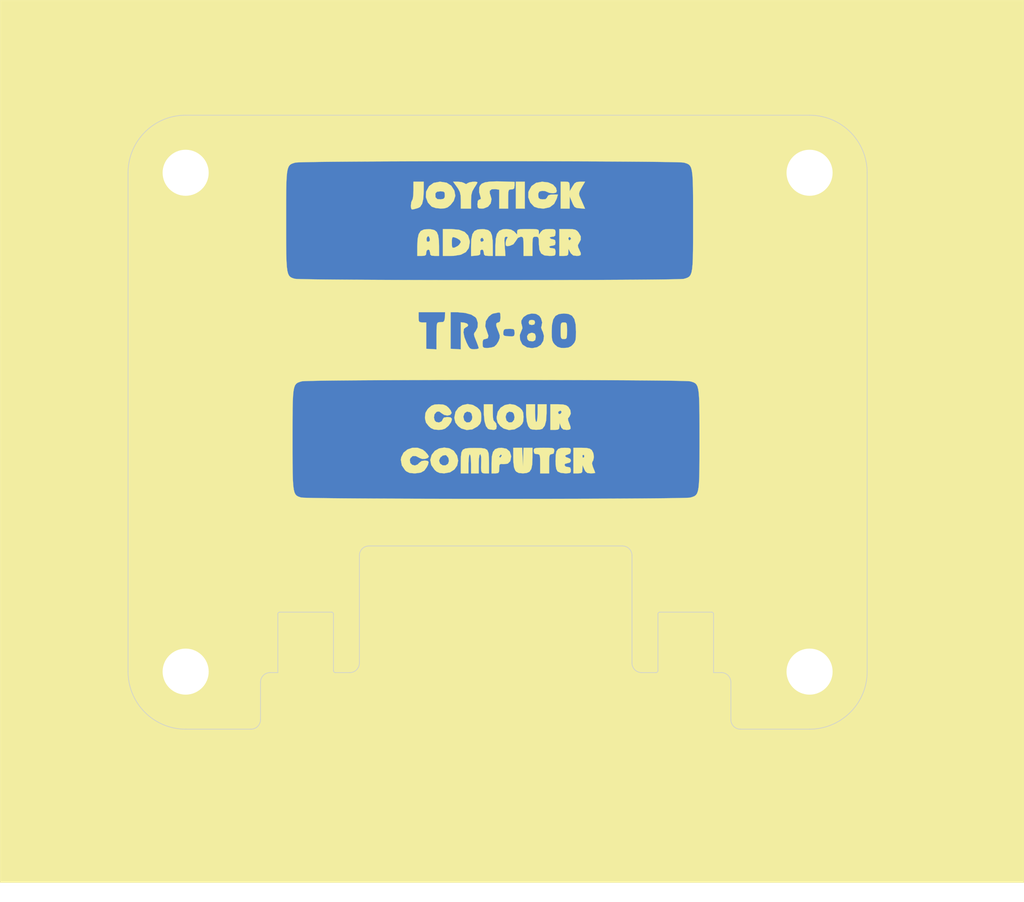
<source format=kicad_pcb>
(kicad_pcb (version 20171130) (host pcbnew "(5.1.8)-1")

  (general
    (thickness 1.6)
    (drawings 38)
    (tracks 0)
    (zones 0)
    (modules 5)
    (nets 2)
  )

  (page A4)
  (layers
    (0 F.Cu signal)
    (31 B.Cu signal)
    (32 B.Adhes user)
    (33 F.Adhes user)
    (34 B.Paste user)
    (35 F.Paste user)
    (36 B.SilkS user)
    (37 F.SilkS user)
    (38 B.Mask user)
    (39 F.Mask user)
    (40 Dwgs.User user)
    (41 Cmts.User user)
    (42 Eco1.User user)
    (43 Eco2.User user)
    (44 Edge.Cuts user)
    (45 Margin user)
    (46 B.CrtYd user)
    (47 F.CrtYd user)
    (48 B.Fab user)
    (49 F.Fab user)
  )

  (setup
    (last_trace_width 0.25)
    (trace_clearance 0.2)
    (zone_clearance 0.508)
    (zone_45_only no)
    (trace_min 0.2)
    (via_size 0.8)
    (via_drill 0.4)
    (via_min_size 0.4)
    (via_min_drill 0.3)
    (uvia_size 0.3)
    (uvia_drill 0.1)
    (uvias_allowed no)
    (uvia_min_size 0.2)
    (uvia_min_drill 0.1)
    (edge_width 0.05)
    (segment_width 0.2)
    (pcb_text_width 0.3)
    (pcb_text_size 1.5 1.5)
    (mod_edge_width 0.12)
    (mod_text_size 1 1)
    (mod_text_width 0.15)
    (pad_size 1.524 1.524)
    (pad_drill 0.762)
    (pad_to_mask_clearance 0)
    (aux_axis_origin 0 0)
    (visible_elements 7FFFFFFF)
    (pcbplotparams
      (layerselection 0x010fc_ffffffff)
      (usegerberextensions true)
      (usegerberattributes true)
      (usegerberadvancedattributes true)
      (creategerberjobfile true)
      (excludeedgelayer true)
      (linewidth 0.100000)
      (plotframeref false)
      (viasonmask false)
      (mode 1)
      (useauxorigin false)
      (hpglpennumber 1)
      (hpglpenspeed 20)
      (hpglpendiameter 15.000000)
      (psnegative false)
      (psa4output false)
      (plotreference true)
      (plotvalue true)
      (plotinvisibletext false)
      (padsonsilk false)
      (subtractmaskfromsilk false)
      (outputformat 1)
      (mirror false)
      (drillshape 0)
      (scaleselection 1)
      (outputdirectory "export/"))
  )

  (net 0 "")
  (net 1 "Net-(M1-Pad1)")

  (net_class Default "This is the default net class."
    (clearance 0.2)
    (trace_width 0.25)
    (via_dia 0.8)
    (via_drill 0.4)
    (uvia_dia 0.3)
    (uvia_drill 0.1)
    (add_net "Net-(M1-Pad1)")
  )

  (net_class PWR ""
    (clearance 0.2)
    (trace_width 0.381)
    (via_dia 0.8)
    (via_drill 0.4)
    (uvia_dia 0.3)
    (uvia_drill 0.1)
  )

  (module logo:coco2 (layer F.Cu) (tedit 0) (tstamp 6004F856)
    (at 123.825 93.345)
    (fp_text reference G*** (at 0 0) (layer F.SilkS) hide
      (effects (font (size 1.524 1.524) (thickness 0.3)))
    )
    (fp_text value LOGO (at 0.75 0) (layer F.SilkS) hide
      (effects (font (size 1.524 1.524) (thickness 0.3)))
    )
    (fp_poly (pts (xy 33.866667 29.21) (xy -33.866666 29.21) (xy -33.866666 -0.127001) (xy -14.520333 -0.127001)
      (xy -14.519974 0.75732) (xy -14.517359 1.487806) (xy -14.510181 2.079956) (xy -14.496133 2.54927)
      (xy -14.472908 2.911246) (xy -14.438198 3.181384) (xy -14.389698 3.375181) (xy -14.325099 3.508137)
      (xy -14.242095 3.595751) (xy -14.13838 3.653522) (xy -14.011645 3.696948) (xy -13.948393 3.71539)
      (xy -13.825153 3.726703) (xy -13.544064 3.737256) (xy -13.116612 3.747046) (xy -12.554278 3.756071)
      (xy -11.868547 3.764329) (xy -11.070902 3.771817) (xy -10.172827 3.778533) (xy -9.185805 3.784475)
      (xy -8.121321 3.789639) (xy -6.990856 3.794025) (xy -5.805896 3.797629) (xy -4.577923 3.800449)
      (xy -3.318422 3.802484) (xy -2.038875 3.803729) (xy -0.750766 3.804184) (xy 0.53442 3.803845)
      (xy 1.805202 3.802711) (xy 3.050094 3.800779) (xy 4.257613 3.798047) (xy 5.416277 3.794512)
      (xy 6.514601 3.790172) (xy 7.541101 3.785025) (xy 8.484295 3.779068) (xy 9.332698 3.772299)
      (xy 10.074828 3.764715) (xy 10.699199 3.756315) (xy 11.19433 3.747096) (xy 11.548736 3.737055)
      (xy 11.750934 3.726191) (xy 11.790634 3.72066) (xy 11.938019 3.678257) (xy 12.059662 3.630177)
      (xy 12.158033 3.560917) (xy 12.235602 3.45497) (xy 12.29484 3.296831) (xy 12.338216 3.070997)
      (xy 12.368202 2.76196) (xy 12.387268 2.354218) (xy 12.397884 1.832264) (xy 12.40252 1.180593)
      (xy 12.403648 0.3837) (xy 12.403667 -0.127001) (xy 12.403421 -1.011192) (xy 12.401038 -1.741556)
      (xy 12.394046 -2.333596) (xy 12.379975 -2.802819) (xy 12.356356 -3.164729) (xy 12.320717 -3.434831)
      (xy 12.270588 -3.628631) (xy 12.203499 -3.761633) (xy 12.11698 -3.849342) (xy 12.00856 -3.907264)
      (xy 11.875768 -3.950903) (xy 11.790634 -3.974661) (xy 11.662657 -3.986795) (xy 11.376874 -3.998074)
      (xy 10.94481 -4.008498) (xy 10.377989 -4.018067) (xy 9.687938 -4.026781) (xy 8.886181 -4.03464)
      (xy 7.984243 -4.041645) (xy 6.993649 -4.047794) (xy 5.925924 -4.053088) (xy 4.792594 -4.057528)
      (xy 3.605183 -4.061112) (xy 2.375216 -4.063841) (xy 1.114218 -4.065716) (xy -0.166284 -4.066735)
      (xy -1.454768 -4.0669) (xy -2.739706 -4.066209) (xy -4.009576 -4.064664) (xy -5.25285 -4.062264)
      (xy -6.458005 -4.059008) (xy -7.613515 -4.054898) (xy -8.707855 -4.049933) (xy -9.7295 -4.044113)
      (xy -10.666926 -4.037437) (xy -11.508606 -4.029907) (xy -12.243017 -4.021522) (xy -12.858632 -4.012282)
      (xy -13.343928 -4.002187) (xy -13.687378 -3.991237) (xy -13.877458 -3.979432) (xy -13.9073 -3.974661)
      (xy -14.054686 -3.932258) (xy -14.176328 -3.884178) (xy -14.274699 -3.814918) (xy -14.352268 -3.708971)
      (xy -14.411506 -3.550832) (xy -14.454883 -3.324998) (xy -14.484869 -3.015961) (xy -14.503934 -2.608219)
      (xy -14.51455 -2.086265) (xy -14.519187 -1.434594) (xy -14.520314 -0.637701) (xy -14.520333 -0.127001)
      (xy -33.866666 -0.127001) (xy -33.866666 -8.551334) (xy -6.180666 -8.551334) (xy -6.180666 -8.212667)
      (xy -6.170636 -7.995512) (xy -6.116282 -7.898977) (xy -5.981208 -7.874535) (xy -5.926666 -7.874)
      (xy -5.672666 -7.874) (xy -5.672666 -6.129106) (xy -5.334 -6.109124) (xy -4.995333 -6.089141)
      (xy -4.995333 -6.129106) (xy -4.064 -6.129106) (xy -3.725333 -6.109124) (xy -3.386666 -6.089141)
      (xy -3.386666 -7.885248) (xy -3.160363 -7.858458) (xy -2.972418 -7.796881) (xy -2.897399 -7.696387)
      (xy -2.952321 -7.598544) (xy -3.03908 -7.562199) (xy -3.178735 -7.448142) (xy -3.21399 -7.216924)
      (xy -3.145313 -6.884334) (xy -3.008734 -6.5405) (xy -2.882935 -6.288506) (xy -2.778652 -6.155516)
      (xy -2.652983 -6.10393) (xy -2.501562 -6.096) (xy -2.304114 -6.114216) (xy -2.204303 -6.159077)
      (xy -2.201333 -6.169377) (xy -2.23167 -6.282893) (xy -2.30232 -6.477) (xy -1.947333 -6.477)
      (xy -1.934657 -6.279639) (xy -1.862289 -6.197741) (xy -1.678717 -6.180746) (xy -1.645434 -6.180667)
      (xy -1.388831 -6.206236) (xy -1.180314 -6.268172) (xy -1.172599 -6.272149) (xy -1.02589 -6.40994)
      (xy -0.892601 -6.626287) (xy -0.879323 -6.656434) (xy -0.812083 -6.850181) (xy -0.809783 -7.012805)
      (xy -0.875542 -7.212495) (xy -0.574796 -7.212495) (xy -0.573526 -7.065415) (xy -0.511088 -6.992451)
      (xy -0.343992 -6.962702) (xy -0.211805 -6.954594) (xy 0.022237 -6.948988) (xy 0.133215 -6.983467)
      (xy 0.152966 -7.0438) (xy 0.515005 -7.0438) (xy 0.531621 -6.728879) (xy 0.66546 -6.445616)
      (xy 0.715818 -6.388485) (xy 0.992987 -6.220446) (xy 1.330195 -6.168424) (xy 1.664137 -6.232418)
      (xy 1.908849 -6.388485) (xy 2.07198 -6.656288) (xy 2.115956 -6.972861) (xy 2.038174 -7.255568)
      (xy 2.624667 -7.255568) (xy 2.631757 -6.916006) (xy 2.661378 -6.694149) (xy 2.726056 -6.538666)
      (xy 2.832291 -6.404697) (xy 3.012876 -6.25438) (xy 3.230035 -6.190112) (xy 3.429 -6.180667)
      (xy 3.71209 -6.204433) (xy 3.907805 -6.295176) (xy 4.02571 -6.404697) (xy 4.135646 -6.544727)
      (xy 4.198544 -6.702024) (xy 4.226928 -6.927921) (xy 4.233334 -7.255568) (xy 4.20833 -7.747196)
      (xy 4.124842 -8.094944) (xy 3.97015 -8.317963) (xy 3.731534 -8.435404) (xy 3.429 -8.466667)
      (xy 3.102493 -8.42902) (xy 2.871541 -8.30331) (xy 2.723427 -8.070387) (xy 2.64543 -7.711099)
      (xy 2.624667 -7.255568) (xy 2.038174 -7.255568) (xy 2.034311 -7.269608) (xy 1.997372 -7.327448)
      (xy 1.92513 -7.530876) (xy 1.952252 -7.629191) (xy 1.996922 -7.87454) (xy 1.918413 -8.149133)
      (xy 1.806259 -8.312886) (xy 1.588863 -8.439526) (xy 1.303096 -8.464574) (xy 1.01047 -8.39508)
      (xy 0.7725 -8.238095) (xy 0.731473 -8.189694) (xy 0.617156 -7.995203) (xy 0.613457 -7.821421)
      (xy 0.64701 -7.716343) (xy 0.69335 -7.496932) (xy 0.624978 -7.324301) (xy 0.622556 -7.320968)
      (xy 0.515005 -7.0438) (xy 0.152966 -7.0438) (xy 0.167013 -7.086704) (xy 0.169334 -7.192766)
      (xy 0.157711 -7.354091) (xy 0.091481 -7.428591) (xy -0.076399 -7.44969) (xy -0.193657 -7.450667)
      (xy -0.422271 -7.440924) (xy -0.531093 -7.391161) (xy -0.569412 -7.270577) (xy -0.574796 -7.212495)
      (xy -0.875542 -7.212495) (xy -0.877816 -7.219399) (xy -0.928134 -7.336154) (xy -1.035472 -7.625422)
      (xy -1.042505 -7.796437) (xy -0.947648 -7.868525) (xy -0.884003 -7.874) (xy -0.798934 -7.93498)
      (xy -0.763889 -8.132313) (xy -0.762 -8.222542) (xy -0.770668 -8.441004) (xy -0.813594 -8.530008)
      (xy -0.916164 -8.529194) (xy -0.9525 -8.520031) (xy -1.143436 -8.478617) (xy -1.237288 -8.467823)
      (xy -1.354618 -8.411712) (xy -1.522319 -8.274991) (xy -1.554788 -8.243455) (xy -1.738958 -7.949914)
      (xy -1.767479 -7.604956) (xy -1.647406 -7.244567) (xy -1.559622 -6.991521) (xy -1.602184 -6.830629)
      (xy -1.77198 -6.773346) (xy -1.775343 -6.773334) (xy -1.893651 -6.741178) (xy -1.941481 -6.614388)
      (xy -1.947333 -6.477) (xy -2.30232 -6.477) (xy -2.309788 -6.497516) (xy -2.382532 -6.678765)
      (xy -2.482756 -6.930854) (xy -2.518216 -7.081173) (xy -2.491156 -7.183465) (xy -2.407932 -7.286934)
      (xy -2.279093 -7.540623) (xy -2.260667 -7.844405) (xy -2.351248 -8.124008) (xy -2.425619 -8.220582)
      (xy -2.695825 -8.389366) (xy -3.096705 -8.501458) (xy -3.596631 -8.548449) (xy -3.661833 -8.549314)
      (xy -4.064 -8.551334) (xy -4.064 -6.129106) (xy -4.995333 -6.129106) (xy -4.995333 -6.981571)
      (xy -4.99314 -7.379494) (xy -4.982778 -7.638348) (xy -4.958578 -7.788375) (xy -4.914866 -7.85982)
      (xy -4.845973 -7.882928) (xy -4.826 -7.884584) (xy -4.63047 -7.898745) (xy -4.550833 -7.905814)
      (xy -4.476369 -7.990783) (xy -4.437876 -8.196658) (xy -4.436257 -8.233898) (xy -4.427514 -8.551334)
      (xy -6.180666 -8.551334) (xy -33.866666 -8.551334) (xy -33.866666 -14.605001) (xy -14.943666 -14.605001)
      (xy -14.943307 -13.72068) (xy -14.940692 -12.990194) (xy -14.933514 -12.398044) (xy -14.919466 -11.92873)
      (xy -14.896241 -11.566754) (xy -14.861532 -11.296616) (xy -14.813031 -11.102819) (xy -14.748432 -10.969863)
      (xy -14.665429 -10.882249) (xy -14.561713 -10.824478) (xy -14.434978 -10.781052) (xy -14.371726 -10.76261)
      (xy -14.248486 -10.751297) (xy -13.967398 -10.740744) (xy -13.539945 -10.730954) (xy -12.977611 -10.721929)
      (xy -12.29188 -10.713671) (xy -11.494235 -10.706183) (xy -10.59616 -10.699467) (xy -9.609139 -10.693525)
      (xy -8.544654 -10.688361) (xy -7.41419 -10.683975) (xy -6.229229 -10.680371) (xy -5.001256 -10.677551)
      (xy -3.741755 -10.675516) (xy -2.462208 -10.674271) (xy -1.1741 -10.673816) (xy 0.111087 -10.674155)
      (xy 1.381868 -10.675289) (xy 2.62676 -10.677221) (xy 3.83428 -10.679953) (xy 4.992944 -10.683488)
      (xy 6.091267 -10.687828) (xy 7.117768 -10.692975) (xy 8.060962 -10.698932) (xy 8.909365 -10.705701)
      (xy 9.651494 -10.713285) (xy 10.275866 -10.721685) (xy 10.770997 -10.730904) (xy 11.125403 -10.740945)
      (xy 11.3276 -10.751809) (xy 11.367301 -10.75734) (xy 11.514686 -10.799743) (xy 11.636329 -10.847823)
      (xy 11.734699 -10.917083) (xy 11.812268 -11.02303) (xy 11.871506 -11.181169) (xy 11.914883 -11.407003)
      (xy 11.944869 -11.71604) (xy 11.963935 -12.123782) (xy 11.974551 -12.645736) (xy 11.979187 -13.297407)
      (xy 11.980314 -14.0943) (xy 11.980334 -14.605001) (xy 11.980088 -15.489192) (xy 11.977704 -16.219556)
      (xy 11.970713 -16.811596) (xy 11.956642 -17.280819) (xy 11.933022 -17.642729) (xy 11.897383 -17.912831)
      (xy 11.847255 -18.106631) (xy 11.780166 -18.239633) (xy 11.693646 -18.327342) (xy 11.585226 -18.385264)
      (xy 11.452435 -18.428903) (xy 11.367301 -18.452661) (xy 11.239324 -18.464795) (xy 10.953541 -18.476074)
      (xy 10.521476 -18.486498) (xy 9.954656 -18.496067) (xy 9.264605 -18.504781) (xy 8.462847 -18.51264)
      (xy 7.560909 -18.519645) (xy 6.570315 -18.525794) (xy 5.502591 -18.531088) (xy 4.36926 -18.535528)
      (xy 3.181849 -18.539112) (xy 1.951882 -18.541841) (xy 0.690885 -18.543716) (xy -0.589618 -18.544735)
      (xy -1.878101 -18.5449) (xy -3.16304 -18.544209) (xy -4.432909 -18.542664) (xy -5.676183 -18.540264)
      (xy -6.881338 -18.537008) (xy -8.036848 -18.532898) (xy -9.131188 -18.527933) (xy -10.152834 -18.522113)
      (xy -11.090259 -18.515437) (xy -11.93194 -18.507907) (xy -12.66635 -18.499522) (xy -13.281966 -18.490282)
      (xy -13.767261 -18.480187) (xy -14.110711 -18.469237) (xy -14.300791 -18.457432) (xy -14.330634 -18.452661)
      (xy -14.478019 -18.410258) (xy -14.599662 -18.362178) (xy -14.698032 -18.292918) (xy -14.775601 -18.186971)
      (xy -14.834839 -18.028832) (xy -14.878216 -17.802998) (xy -14.908202 -17.493961) (xy -14.927268 -17.086219)
      (xy -14.937884 -16.564265) (xy -14.94252 -15.912594) (xy -14.943647 -15.115701) (xy -14.943666 -14.605001)
      (xy -33.866666 -14.605001) (xy -33.866666 -29.21) (xy 33.866667 -29.21) (xy 33.866667 29.21)) (layer F.SilkS) (width 0.01))
    (fp_poly (pts (xy -5.913453 0.543243) (xy -5.75082 0.67082) (xy -5.595282 0.846387) (xy -5.509313 0.982341)
      (xy -5.503333 1.007874) (xy -5.575471 1.099409) (xy -5.74508 1.154736) (xy -5.941956 1.161278)
      (xy -6.087938 1.112595) (xy -6.360876 0.972099) (xy -6.579709 0.972225) (xy -6.723578 1.109648)
      (xy -6.759158 1.219642) (xy -6.733582 1.423816) (xy -6.601334 1.556018) (xy -6.416905 1.596236)
      (xy -6.234789 1.524452) (xy -6.161018 1.439333) (xy -5.976061 1.298072) (xy -5.7793 1.27)
      (xy -5.584436 1.291032) (xy -5.514857 1.373864) (xy -5.560246 1.548099) (xy -5.63121 1.695027)
      (xy -5.802248 1.933393) (xy -6.035682 2.066168) (xy -6.374888 2.115021) (xy -6.475282 2.116666)
      (xy -6.774377 2.08861) (xy -6.985235 1.987428) (xy -7.070072 1.912291) (xy -7.289209 1.588481)
      (xy -7.354591 1.22512) (xy -7.329421 1.051117) (xy -7.175332 0.747879) (xy -6.914478 0.535303)
      (xy -6.589072 0.423559) (xy -6.241325 0.422816) (xy -5.913453 0.543243)) (layer F.SilkS) (width 0.01))
    (fp_poly (pts (xy -4.138874 0.460409) (xy -3.863446 0.61652) (xy -3.851928 0.627708) (xy -3.633363 0.944081)
      (xy -3.562835 1.276856) (xy -3.626344 1.593266) (xy -3.809889 1.860545) (xy -4.099468 2.045927)
      (xy -4.481081 2.116646) (xy -4.488151 2.116666) (xy -4.779306 2.092783) (xy -4.985039 2.002028)
      (xy -5.112503 1.891739) (xy -5.342306 1.565449) (xy -5.39825 1.2809) (xy -4.826 1.2809)
      (xy -4.757734 1.47473) (xy -4.59351 1.583912) (xy -4.394193 1.587686) (xy -4.234246 1.482766)
      (xy -4.168515 1.294412) (xy -4.210153 1.085782) (xy -4.337413 0.933664) (xy -4.39693 0.908301)
      (xy -4.581794 0.935483) (xy -4.745759 1.071223) (xy -4.82516 1.260235) (xy -4.826 1.2809)
      (xy -5.39825 1.2809) (xy -5.409481 1.223777) (xy -5.314135 0.889062) (xy -5.106546 0.627783)
      (xy -4.823538 0.466044) (xy -4.479943 0.410252) (xy -4.138874 0.460409)) (layer F.SilkS) (width 0.01))
    (fp_poly (pts (xy -2.060092 0.441379) (xy -1.796257 0.478202) (xy -1.63728 0.574357) (xy -1.556612 0.758303)
      (xy -1.527704 1.058496) (xy -1.524 1.433767) (xy -1.524 2.116666) (xy -1.778 2.116666)
      (xy -1.910468 2.108877) (xy -1.993164 2.064702) (xy -2.035846 1.952931) (xy -2.048269 1.742354)
      (xy -2.040191 1.401759) (xy -2.036056 1.291166) (xy -2.041735 1.016686) (xy -2.080512 0.86628)
      (xy -2.110207 0.846666) (xy -2.160373 0.927734) (xy -2.191639 1.158079) (xy -2.201333 1.481666)
      (xy -2.201333 2.116666) (xy -2.709333 2.116666) (xy -2.709333 1.481666) (xy -2.719839 1.161706)
      (xy -2.748277 0.938692) (xy -2.790029 0.84726) (xy -2.794 0.846666) (xy -2.836661 0.925458)
      (xy -2.866396 1.138744) (xy -2.878587 1.451888) (xy -2.878666 1.481666) (xy -2.878666 2.116666)
      (xy -3.386666 2.116666) (xy -3.386666 1.433767) (xy -3.381115 1.01009) (xy -3.346763 0.727273)
      (xy -3.257062 0.556858) (xy -3.085462 0.470386) (xy -2.805417 0.439399) (xy -2.455333 0.435428)
      (xy -2.060092 0.441379)) (layer F.SilkS) (width 0.01))
    (fp_poly (pts (xy -0.365611 0.489046) (xy -0.148618 0.674709) (xy -0.057995 0.963113) (xy -0.056444 1.012581)
      (xy -0.112585 1.306475) (xy -0.278556 1.472712) (xy -0.550686 1.50774) (xy -0.566793 1.506009)
      (xy -0.748998 1.495122) (xy -0.827694 1.550364) (xy -0.846307 1.716573) (xy -0.846666 1.795001)
      (xy -0.85813 2.005024) (xy -0.918651 2.09564) (xy -1.067428 2.116488) (xy -1.100666 2.116666)
      (xy -1.354666 2.116666) (xy -1.354666 1.439333) (xy -1.335071 1.025993) (xy -0.846666 1.025993)
      (xy -0.794501 1.071896) (xy -0.762 1.058333) (xy -0.680494 0.946174) (xy -0.677333 0.921339)
      (xy -0.729499 0.875436) (xy -0.762 0.889) (xy -0.843506 1.001159) (xy -0.846666 1.025993)
      (xy -1.335071 1.025993) (xy -1.333803 0.999254) (xy -1.261055 0.701186) (xy -1.121183 0.52182)
      (xy -0.898948 0.437844) (xy -0.690455 0.423333) (xy -0.365611 0.489046)) (layer F.SilkS) (width 0.01))
    (fp_poly (pts (xy 0.699135 1.037166) (xy 0.728354 1.651) (xy 0.745177 1.037166) (xy 0.762 0.423333)
      (xy 1.354667 0.423333) (xy 1.354667 1.081827) (xy 1.337636 1.524282) (xy 1.276513 1.824434)
      (xy 1.156251 2.006805) (xy 0.961802 2.095918) (xy 0.719667 2.116666) (xy 0.44952 2.092898)
      (xy 0.282857 2.006369) (xy 0.216468 1.928494) (xy 0.135241 1.727608) (xy 0.092995 1.400418)
      (xy 0.084667 1.081827) (xy 0.084667 0.423333) (xy 0.669915 0.423333) (xy 0.699135 1.037166)) (layer F.SilkS) (width 0.01))
    (fp_poly (pts (xy 2.452596 0.425588) (xy 2.653744 0.439553) (xy 2.754659 0.476023) (xy 2.78989 0.545795)
      (xy 2.794 0.635) (xy 2.754313 0.800981) (xy 2.624667 0.846666) (xy 2.538089 0.861664)
      (xy 2.48729 0.930052) (xy 2.462913 1.086921) (xy 2.455599 1.367362) (xy 2.455334 1.481666)
      (xy 2.455334 2.116666) (xy 1.862667 2.116666) (xy 1.862667 1.481666) (xy 1.860029 1.158679)
      (xy 1.844189 0.969351) (xy 1.803257 0.878014) (xy 1.725345 0.849) (xy 1.651 0.846666)
      (xy 1.489878 0.811697) (xy 1.440227 0.674006) (xy 1.439334 0.635) (xy 1.446551 0.530022)
      (xy 1.491238 0.467163) (xy 1.607942 0.435627) (xy 1.831212 0.424617) (xy 2.116667 0.423333)
      (xy 2.452596 0.425588)) (layer F.SilkS) (width 0.01))
    (fp_poly (pts (xy 3.724636 0.430535) (xy 3.849112 0.466283) (xy 3.891068 0.551786) (xy 3.894667 0.629111)
      (xy 3.84504 0.801007) (xy 3.704167 0.861944) (xy 3.555273 0.915095) (xy 3.513667 0.973666)
      (xy 3.585677 1.050068) (xy 3.704167 1.085388) (xy 3.862952 1.162725) (xy 3.902439 1.289708)
      (xy 3.826451 1.402409) (xy 3.683 1.439333) (xy 3.512762 1.483493) (xy 3.471334 1.566333)
      (xy 3.544934 1.668476) (xy 3.683 1.693333) (xy 3.844122 1.728302) (xy 3.893773 1.865993)
      (xy 3.894667 1.905) (xy 3.878535 2.036386) (xy 3.799685 2.098122) (xy 3.612435 2.115998)
      (xy 3.519714 2.116666) (xy 3.220388 2.082992) (xy 3.021118 1.992428) (xy 3.011714 1.983619)
      (xy 2.926576 1.82192) (xy 2.884924 1.536442) (xy 2.878667 1.300719) (xy 2.891768 0.904363)
      (xy 2.944129 0.647341) (xy 3.055338 0.5008) (xy 3.244984 0.435888) (xy 3.474312 0.423333)
      (xy 3.724636 0.430535)) (layer F.SilkS) (width 0.01))
    (fp_poly (pts (xy 4.93398 0.436764) (xy 5.143841 0.483885) (xy 5.275589 0.574934) (xy 5.278545 0.578166)
      (xy 5.38174 0.779912) (xy 5.415947 1.03161) (xy 5.375876 1.253544) (xy 5.328209 1.326591)
      (xy 5.288686 1.45406) (xy 5.348517 1.680236) (xy 5.370542 1.734864) (xy 5.453827 1.941316)
      (xy 5.500025 2.069665) (xy 5.503334 2.084673) (xy 5.428716 2.105718) (xy 5.244962 2.116352)
      (xy 5.202913 2.116666) (xy 4.984401 2.09214) (xy 4.856467 1.985543) (xy 4.782894 1.8415)
      (xy 4.663295 1.566333) (xy 4.659981 1.8415) (xy 4.642868 2.026174) (xy 4.562806 2.101884)
      (xy 4.36749 2.116662) (xy 4.360334 2.116666) (xy 4.064 2.116666) (xy 4.064 0.968669)
      (xy 4.656667 0.968669) (xy 4.684569 1.090998) (xy 4.757881 1.054328) (xy 4.780051 1.02185)
      (xy 4.769434 0.91311) (xy 4.742715 0.889853) (xy 4.669085 0.908248) (xy 4.656667 0.968669)
      (xy 4.064 0.968669) (xy 4.064 0.423333) (xy 4.601211 0.423333) (xy 4.93398 0.436764)) (layer F.SilkS) (width 0.01))
    (fp_poly (pts (xy -4.5525 -2.435032) (xy -4.351081 -2.356277) (xy -4.199204 -2.228781) (xy -4.057145 -2.047825)
      (xy -3.996654 -1.891395) (xy -3.997883 -1.868947) (xy -4.092792 -1.748751) (xy -4.276781 -1.709897)
      (xy -4.489944 -1.753249) (xy -4.653478 -1.859479) (xy -4.811223 -1.977222) (xy -4.955992 -1.966321)
      (xy -4.997274 -1.946295) (xy -5.126549 -1.796466) (xy -5.165705 -1.582628) (xy -5.112834 -1.379375)
      (xy -5.014313 -1.280158) (xy -4.824814 -1.249673) (xy -4.654148 -1.324275) (xy -4.572574 -1.471289)
      (xy -4.572 -1.485874) (xy -4.501299 -1.578082) (xy -4.282085 -1.608654) (xy -4.275666 -1.608667)
      (xy -4.072349 -1.590381) (xy -3.98995 -1.517255) (xy -3.979333 -1.432821) (xy -4.036703 -1.263186)
      (xy -4.179245 -1.060346) (xy -4.22682 -1.009488) (xy -4.42873 -0.844995) (xy -4.647195 -0.77392)
      (xy -4.868333 -0.762) (xy -5.153725 -0.785502) (xy -5.359459 -0.878078) (xy -5.509846 -1.009488)
      (xy -5.687874 -1.238245) (xy -5.753473 -1.49423) (xy -5.757333 -1.608667) (xy -5.721635 -1.897352)
      (xy -5.587659 -2.124548) (xy -5.509846 -2.207847) (xy -5.319088 -2.366275) (xy -5.11606 -2.438853)
      (xy -4.844058 -2.455334) (xy -4.5525 -2.435032)) (layer F.SilkS) (width 0.01))
    (fp_poly (pts (xy -2.592669 -2.412043) (xy -2.292496 -2.236141) (xy -2.128216 -2.071921) (xy -2.051855 -1.896963)
      (xy -2.032076 -1.635779) (xy -2.032 -1.608667) (xy -2.04858 -1.337236) (xy -2.119214 -1.158121)
      (xy -2.275239 -0.995835) (xy -2.292496 -0.981193) (xy -2.629892 -0.794474) (xy -2.996466 -0.751486)
      (xy -3.346929 -0.851222) (xy -3.562513 -1.009488) (xy -3.74054 -1.238245) (xy -3.80614 -1.49423)
      (xy -3.81 -1.608667) (xy -3.217333 -1.608667) (xy -3.158911 -1.377734) (xy -3.009793 -1.253118)
      (xy -2.809199 -1.263948) (xy -2.77502 -1.280158) (xy -2.654861 -1.431874) (xy -2.624666 -1.608667)
      (xy -2.67765 -1.835253) (xy -2.77502 -1.937176) (xy -2.980201 -1.972329) (xy -3.14017 -1.867384)
      (xy -3.215704 -1.651472) (xy -3.217333 -1.608667) (xy -3.81 -1.608667) (xy -3.737942 -1.959986)
      (xy -3.545133 -2.230474) (xy -3.26662 -2.405641) (xy -2.93745 -2.470994) (xy -2.592669 -2.412043)) (layer F.SilkS) (width 0.01))
    (fp_poly (pts (xy -1.27 -1.902343) (xy -1.258623 -1.575378) (xy -1.220168 -1.385754) (xy -1.148147 -1.302734)
      (xy -1.143 -1.300618) (xy -1.048234 -1.185794) (xy -1.016 -1.006942) (xy -1.039555 -0.830879)
      (xy -1.14398 -0.768441) (xy -1.248833 -0.763297) (xy -1.459005 -0.786311) (xy -1.582203 -0.82852)
      (xy -1.721575 -1.008484) (xy -1.816341 -1.329463) (xy -1.860304 -1.767551) (xy -1.862666 -1.910512)
      (xy -1.862666 -2.455334) (xy -1.27 -2.455334) (xy -1.27 -1.902343)) (layer F.SilkS) (width 0.01))
    (fp_poly (pts (xy 0.201331 -2.412043) (xy 0.501504 -2.236141) (xy 0.665784 -2.071921) (xy 0.742145 -1.896963)
      (xy 0.761924 -1.635779) (xy 0.762 -1.608667) (xy 0.74542 -1.337236) (xy 0.674786 -1.158121)
      (xy 0.518761 -0.995835) (xy 0.501504 -0.981193) (xy 0.164108 -0.794474) (xy -0.202466 -0.751486)
      (xy -0.552929 -0.851222) (xy -0.768513 -1.009488) (xy -0.94654 -1.238245) (xy -1.01214 -1.49423)
      (xy -1.016 -1.608667) (xy -0.423333 -1.608667) (xy -0.364911 -1.377734) (xy -0.215793 -1.253118)
      (xy -0.015199 -1.263948) (xy 0.01898 -1.280158) (xy 0.139139 -1.431874) (xy 0.169334 -1.608667)
      (xy 0.11635 -1.835253) (xy 0.01898 -1.937176) (xy -0.186201 -1.972329) (xy -0.34617 -1.867384)
      (xy -0.421704 -1.651472) (xy -0.423333 -1.608667) (xy -1.016 -1.608667) (xy -0.943942 -1.959986)
      (xy -0.751133 -2.230474) (xy -0.47262 -2.405641) (xy -0.14345 -2.470994) (xy 0.201331 -2.412043)) (layer F.SilkS) (width 0.01))
    (fp_poly (pts (xy 1.524 -1.862667) (xy 1.535187 -1.558643) (xy 1.565171 -1.348566) (xy 1.608585 -1.270001)
      (xy 1.608667 -1.27) (xy 1.652099 -1.34831) (xy 1.68211 -1.558196) (xy 1.693333 -1.862092)
      (xy 1.693334 -1.862667) (xy 1.693334 -2.455334) (xy 2.286 -2.455334) (xy 2.286 -1.857101)
      (xy 2.256932 -1.374699) (xy 2.167375 -1.039142) (xy 2.013806 -0.837811) (xy 1.998159 -0.826797)
      (xy 1.834838 -0.780227) (xy 1.590605 -0.766566) (xy 1.350617 -0.785625) (xy 1.211797 -0.82852)
      (xy 1.072425 -1.008484) (xy 0.977659 -1.329463) (xy 0.933696 -1.767551) (xy 0.931334 -1.910512)
      (xy 0.931334 -2.455334) (xy 1.524 -2.455334) (xy 1.524 -1.862667)) (layer F.SilkS) (width 0.01))
    (fp_poly (pts (xy 3.373303 -2.440286) (xy 3.583414 -2.386447) (xy 3.725334 -2.286) (xy 3.861362 -2.064336)
      (xy 3.884778 -1.823884) (xy 3.790902 -1.629137) (xy 3.774091 -1.613999) (xy 3.702374 -1.524195)
      (xy 3.70981 -1.397878) (xy 3.774091 -1.225351) (xy 3.868556 -0.969485) (xy 3.871981 -0.829637)
      (xy 3.772013 -0.771887) (xy 3.605389 -0.762) (xy 3.39131 -0.788464) (xy 3.274646 -0.895793)
      (xy 3.231073 -0.994834) (xy 3.146035 -1.227667) (xy 3.139351 -0.994834) (xy 3.115146 -0.837748)
      (xy 3.020353 -0.773476) (xy 2.836334 -0.762) (xy 2.54 -0.762) (xy 2.54 -1.897945)
      (xy 3.048 -1.897945) (xy 3.097354 -1.805227) (xy 3.198904 -1.820011) (xy 3.282597 -1.931459)
      (xy 3.245748 -2.017825) (xy 3.182056 -2.032) (xy 3.065424 -1.963831) (xy 3.048 -1.897945)
      (xy 2.54 -1.897945) (xy 2.54 -2.455334) (xy 3.048 -2.455334) (xy 3.373303 -2.440286)) (layer F.SilkS) (width 0.01))
    (fp_poly (pts (xy 1.359411 -7.183541) (xy 1.510381 -7.127273) (xy 1.563426 -6.981853) (xy 1.566334 -6.900334)
      (xy 1.540206 -6.714259) (xy 1.430691 -6.635879) (xy 1.339195 -6.620093) (xy 1.121553 -6.652187)
      (xy 1.024975 -6.756564) (xy 0.992607 -6.958254) (xy 1.092385 -7.117634) (xy 1.287194 -7.18732)
      (xy 1.359411 -7.183541)) (layer F.SilkS) (width 0.01))
    (fp_poly (pts (xy 1.478315 -8.003647) (xy 1.524 -7.874) (xy 1.474391 -7.741216) (xy 1.312334 -7.704667)
      (xy 1.146352 -7.744354) (xy 1.100667 -7.874) (xy 1.150276 -8.006785) (xy 1.312334 -8.043334)
      (xy 1.478315 -8.003647)) (layer F.SilkS) (width 0.01))
    (fp_poly (pts (xy 3.542783 -7.86435) (xy 3.606159 -7.809896) (xy 3.633841 -7.672381) (xy 3.640545 -7.41355)
      (xy 3.640667 -7.323667) (xy 3.636955 -7.027832) (xy 3.616011 -6.863055) (xy 3.563121 -6.79108)
      (xy 3.46357 -6.773651) (xy 3.429 -6.773334) (xy 3.315217 -6.782984) (xy 3.251842 -6.837438)
      (xy 3.224159 -6.974953) (xy 3.217456 -7.233785) (xy 3.217334 -7.323667) (xy 3.221045 -7.619503)
      (xy 3.241989 -7.784279) (xy 3.294879 -7.856254) (xy 3.39443 -7.873683) (xy 3.429 -7.874)
      (xy 3.542783 -7.86435)) (layer F.SilkS) (width 0.01))
    (fp_poly (pts (xy -5.370209 -14.039392) (xy -5.138017 -13.988019) (xy -4.979816 -13.862412) (xy -4.883475 -13.63785)
      (xy -4.836865 -13.289614) (xy -4.827248 -12.932834) (xy -4.826 -12.276667) (xy -5.122333 -12.276667)
      (xy -5.322731 -12.292481) (xy -5.404771 -12.363647) (xy -5.418666 -12.488334) (xy -5.462827 -12.658572)
      (xy -5.545666 -12.7) (xy -5.64781 -12.6264) (xy -5.672666 -12.488334) (xy -5.694807 -12.345192)
      (xy -5.794438 -12.286593) (xy -5.969 -12.276667) (xy -6.265333 -12.276667) (xy -6.265333 -12.907683)
      (xy -6.245676 -13.384709) (xy -6.242772 -13.3985) (xy -5.657388 -13.3985) (xy -5.636862 -13.243253)
      (xy -5.545666 -13.208) (xy -5.440871 -13.266443) (xy -5.433945 -13.3985) (xy -5.487095 -13.547394)
      (xy -5.545666 -13.589) (xy -5.622068 -13.51699) (xy -5.657388 -13.3985) (xy -6.242772 -13.3985)
      (xy -6.175795 -13.716513) (xy -6.039322 -13.923787) (xy -5.819893 -14.027223) (xy -5.50114 -14.047512)
      (xy -5.370209 -14.039392)) (layer F.SilkS) (width 0.01))
    (fp_poly (pts (xy -3.508425 -14.007468) (xy -3.137612 -13.864508) (xy -2.90221 -13.623745) (xy -2.79941 -13.283136)
      (xy -2.794 -13.165667) (xy -2.858957 -12.795787) (xy -3.055701 -12.526345) (xy -3.387045 -12.355296)
      (xy -3.855798 -12.280598) (xy -4.017462 -12.276667) (xy -4.572 -12.276667) (xy -4.572 -13.165667)
      (xy -3.979333 -13.165667) (xy -3.972761 -12.929271) (xy -3.938702 -12.82418) (xy -3.855645 -12.812474)
      (xy -3.788833 -12.829844) (xy -3.58904 -12.932704) (xy -3.4925 -13.021065) (xy -3.404937 -13.158031)
      (xy -3.386666 -13.213816) (xy -3.459946 -13.327491) (xy -3.644079 -13.443624) (xy -3.788833 -13.499677)
      (xy -3.904526 -13.521754) (xy -3.960448 -13.469176) (xy -3.978118 -13.304215) (xy -3.979333 -13.165667)
      (xy -4.572 -13.165667) (xy -4.572 -14.054667) (xy -4.017462 -14.054667) (xy -3.508425 -14.007468)) (layer F.SilkS) (width 0.01))
    (fp_poly (pts (xy -1.814209 -14.039392) (xy -1.582017 -13.988019) (xy -1.423816 -13.862412) (xy -1.327475 -13.63785)
      (xy -1.280865 -13.289614) (xy -1.271248 -12.932834) (xy -1.27 -12.276667) (xy -1.566333 -12.276667)
      (xy -1.766731 -12.292481) (xy -1.848771 -12.363647) (xy -1.862666 -12.488334) (xy -1.90823 -12.660415)
      (xy -1.994988 -12.7) (xy -2.095348 -12.635811) (xy -2.100822 -12.5095) (xy -2.106598 -12.381721)
      (xy -2.200263 -12.31929) (xy -2.391833 -12.292723) (xy -2.709333 -12.266445) (xy -2.709333 -12.902572)
      (xy -2.691572 -13.339473) (xy -2.101708 -13.339473) (xy -2.060801 -13.226507) (xy -1.989666 -13.208)
      (xy -1.882911 -13.268866) (xy -1.878785 -13.356167) (xy -1.949352 -13.475445) (xy -2.046354 -13.45485)
      (xy -2.101708 -13.339473) (xy -2.691572 -13.339473) (xy -2.689893 -13.380749) (xy -2.620698 -13.713642)
      (xy -2.48544 -13.921965) (xy -2.267808 -14.026432) (xy -1.951491 -14.047757) (xy -1.814209 -14.039392)) (layer F.SilkS) (width 0.01))
    (fp_poly (pts (xy 2.708924 -14.048943) (xy 2.832323 -14.014) (xy 2.874256 -13.923182) (xy 2.878667 -13.800667)
      (xy 2.856167 -13.619418) (xy 2.759229 -13.553006) (xy 2.662003 -13.546667) (xy 2.517953 -13.519791)
      (xy 2.497667 -13.462) (xy 2.617087 -13.390875) (xy 2.71433 -13.377334) (xy 2.843958 -13.325018)
      (xy 2.878667 -13.165667) (xy 2.843697 -13.004545) (xy 2.706007 -12.954894) (xy 2.667 -12.954)
      (xy 2.507885 -12.925018) (xy 2.455334 -12.869334) (xy 2.52779 -12.805688) (xy 2.667 -12.784667)
      (xy 2.818272 -12.75733) (xy 2.873612 -12.641122) (xy 2.878667 -12.530667) (xy 2.869235 -12.379681)
      (xy 2.811658 -12.304792) (xy 2.66201 -12.279344) (xy 2.460134 -12.276667) (xy 2.138116 -12.313145)
      (xy 1.92992 -12.437986) (xy 1.816397 -12.6743) (xy 1.778395 -13.045199) (xy 1.778 -13.099839)
      (xy 1.77195 -13.359739) (xy 1.740457 -13.492636) (xy 1.663511 -13.540774) (xy 1.566334 -13.546667)
      (xy 1.458671 -13.538753) (xy 1.395562 -13.491233) (xy 1.365116 -13.368439) (xy 1.355445 -13.134701)
      (xy 1.354667 -12.911667) (xy 1.354667 -12.276667) (xy 0.762 -12.276667) (xy 0.762 -12.911667)
      (xy 0.758782 -13.235043) (xy 0.742026 -13.424524) (xy 0.701076 -13.515522) (xy 0.625278 -13.54345)
      (xy 0.5715 -13.544835) (xy 0.387805 -13.46979) (xy 0.254 -13.271167) (xy 0.091255 -13.047019)
      (xy -0.148166 -12.945026) (xy -0.335514 -12.920699) (xy -0.41023 -12.971859) (xy -0.423333 -13.117094)
      (xy -0.387396 -13.325431) (xy -0.321733 -13.445067) (xy -0.273465 -13.526149) (xy -0.372875 -13.546667)
      (xy -0.449797 -13.530513) (xy -0.490592 -13.458928) (xy -0.501137 -13.297232) (xy -0.487306 -13.010743)
      (xy -0.480452 -12.911667) (xy -0.435287 -12.276667) (xy -1.100666 -12.276667) (xy -1.100666 -12.942582)
      (xy -1.076766 -13.410098) (xy -0.996205 -13.734385) (xy -0.845693 -13.9359) (xy -0.611939 -14.035101)
      (xy -0.378153 -14.054667) (xy -0.076506 -14.021081) (xy 0.128904 -13.906233) (xy 0.166035 -13.869369)
      (xy 0.338667 -13.684071) (xy 0.338667 -13.869369) (xy 0.348903 -13.959233) (xy 0.401866 -14.014096)
      (xy 0.530935 -14.042553) (xy 0.769491 -14.053199) (xy 1.058334 -14.054667) (xy 1.407247 -14.052115)
      (xy 1.62025 -14.038635) (xy 1.730753 -14.005491) (xy 1.772164 -13.943948) (xy 1.778 -13.866495)
      (xy 1.778 -13.678323) (xy 1.909801 -13.866495) (xy 2.031102 -13.986404) (xy 2.211643 -14.042452)
      (xy 2.460134 -14.054667) (xy 2.708924 -14.048943)) (layer F.SilkS) (width 0.01))
    (fp_poly (pts (xy 3.983508 -14.047117) (xy 4.174102 -14.013515) (xy 4.301636 -13.937432) (xy 4.396522 -13.831582)
      (xy 4.545742 -13.574122) (xy 4.545473 -13.341753) (xy 4.44171 -13.14433) (xy 4.360619 -12.997169)
      (xy 4.370879 -12.860266) (xy 4.44171 -12.706362) (xy 4.547597 -12.467296) (xy 4.544134 -12.336333)
      (xy 4.419903 -12.283435) (xy 4.278371 -12.276667) (xy 4.047247 -12.309863) (xy 3.901759 -12.437307)
      (xy 3.858427 -12.5095) (xy 3.732113 -12.742334) (xy 3.728723 -12.5095) (xy 3.70712 -12.35255)
      (xy 3.614374 -12.288268) (xy 3.429 -12.276667) (xy 3.132667 -12.276667) (xy 3.132667 -13.419667)
      (xy 3.725334 -13.419667) (xy 3.768293 -13.314294) (xy 3.81635 -13.308895) (xy 3.903825 -13.396303)
      (xy 3.907367 -13.419667) (xy 3.841452 -13.518942) (xy 3.81635 -13.530439) (xy 3.739148 -13.489569)
      (xy 3.725334 -13.419667) (xy 3.132667 -13.419667) (xy 3.132667 -14.054667) (xy 3.676855 -14.054667)
      (xy 3.983508 -14.047117)) (layer F.SilkS) (width 0.01))
    (fp_poly (pts (xy -5.842 -16.556318) (xy -5.866367 -16.068319) (xy -5.942727 -15.728414) (xy -6.075969 -15.52205)
      (xy -6.214682 -15.446577) (xy -6.434332 -15.38436) (xy -6.5405 -15.354577) (xy -6.641117 -15.357294)
      (xy -6.682883 -15.46674) (xy -6.688666 -15.610298) (xy -6.666647 -15.823194) (xy -6.61276 -15.952663)
      (xy -6.604 -15.959667) (xy -6.561744 -16.064729) (xy -6.531399 -16.290791) (xy -6.519345 -16.589609)
      (xy -6.519333 -16.599664) (xy -6.519333 -17.187334) (xy -5.842 -17.187334) (xy -5.842 -16.556318)) (layer F.SilkS) (width 0.01))
    (fp_poly (pts (xy -4.327796 -17.121347) (xy -4.017487 -16.92175) (xy -3.811869 -16.59918) (xy -3.749514 -16.252022)
      (xy -3.855386 -15.915563) (xy -4.061823 -15.652485) (xy -4.254242 -15.494761) (xy -4.463121 -15.42383)
      (xy -4.715981 -15.409334) (xy -5.040175 -15.44186) (xy -5.292068 -15.527407) (xy -5.324105 -15.547399)
      (xy -5.565459 -15.809309) (xy -5.69367 -16.14663) (xy -5.689391 -16.399222) (xy -5.064834 -16.399222)
      (xy -5.062801 -16.158781) (xy -4.938062 -16.0346) (xy -4.720749 -16.017759) (xy -4.529801 -16.055851)
      (xy -4.455595 -16.15428) (xy -4.445 -16.298334) (xy -4.461621 -16.469219) (xy -4.545769 -16.539132)
      (xy -4.740174 -16.552334) (xy -4.960547 -16.524612) (xy -5.056817 -16.429552) (xy -5.064834 -16.399222)
      (xy -5.689391 -16.399222) (xy -5.687716 -16.49805) (xy -5.670707 -16.55827) (xy -5.483019 -16.898802)
      (xy -5.188072 -17.108333) (xy -4.786087 -17.186714) (xy -4.741333 -17.187334) (xy -4.327796 -17.121347)) (layer F.SilkS) (width 0.01))
    (fp_poly (pts (xy -2.306887 -17.166861) (xy -2.286 -17.140509) (xy -2.329481 -17.048173) (xy -2.439081 -16.87024)
      (xy -2.497666 -16.782188) (xy -2.626245 -16.55204) (xy -2.690717 -16.303958) (xy -2.709282 -15.96553)
      (xy -2.709333 -15.940013) (xy -2.709333 -15.409334) (xy -3.386666 -15.409334) (xy -3.386666 -15.946964)
      (xy -3.39891 -16.274251) (xy -3.449754 -16.507044) (xy -3.560368 -16.719282) (xy -3.641198 -16.835964)
      (xy -3.895729 -17.187334) (xy -3.573464 -17.187334) (xy -3.336253 -17.162101) (xy -3.167001 -17.099962)
      (xy -3.1496 -17.085734) (xy -3.034386 -17.027729) (xy -2.9464 -17.085734) (xy -2.823633 -17.143233)
      (xy -2.631971 -17.179583) (xy -2.437645 -17.18929) (xy -2.306887 -17.166861)) (layer F.SilkS) (width 0.01))
    (fp_poly (pts (xy -0.656166 -17.202846) (xy 0.169334 -17.175714) (xy 0.169334 -16.927524) (xy 0.145267 -16.748689)
      (xy 0.043883 -16.684499) (xy -0.042333 -16.679334) (xy -0.149996 -16.67142) (xy -0.213105 -16.6239)
      (xy -0.24355 -16.501105) (xy -0.253222 -16.267367) (xy -0.254 -16.044334) (xy -0.254 -15.409334)
      (xy -0.846666 -15.409334) (xy -0.846666 -16.660115) (xy -1.102274 -16.69763) (xy -1.34757 -16.686752)
      (xy -1.47618 -16.58067) (xy -1.467753 -16.399915) (xy -1.445209 -16.351645) (xy -1.354213 -16.036342)
      (xy -1.408336 -15.75168) (xy -1.586726 -15.533753) (xy -1.868528 -15.41865) (xy -1.989666 -15.409334)
      (xy -2.188278 -15.42244) (xy -2.269731 -15.496387) (xy -2.285963 -15.683112) (xy -2.286 -15.705667)
      (xy -2.261373 -15.919408) (xy -2.178437 -15.999408) (xy -2.149941 -16.002) (xy -2.056937 -16.044641)
      (xy -2.077249 -16.150167) (xy -2.172618 -16.491716) (xy -2.166952 -16.797791) (xy -2.123853 -16.919906)
      (xy -2.001347 -17.05441) (xy -1.788693 -17.144834) (xy -1.464655 -17.195272) (xy -1.007996 -17.209818)
      (xy -0.656166 -17.202846)) (layer F.SilkS) (width 0.01))
    (fp_poly (pts (xy 0.846667 -15.409334) (xy 0.254 -15.409334) (xy 0.254 -17.187334) (xy 0.846667 -17.187334)
      (xy 0.846667 -15.409334)) (layer F.SilkS) (width 0.01))
    (fp_poly (pts (xy 2.404127 -17.136529) (xy 2.713349 -16.995789) (xy 2.9071 -16.782627) (xy 2.960641 -16.5735)
      (xy 2.916904 -16.46678) (xy 2.756004 -16.427097) (xy 2.683934 -16.425334) (xy 2.463341 -16.451284)
      (xy 2.315998 -16.513985) (xy 2.313248 -16.51662) (xy 2.168374 -16.57456) (xy 1.978814 -16.58012)
      (xy 1.804414 -16.533703) (xy 1.741399 -16.411411) (xy 1.735667 -16.298334) (xy 1.758 -16.118445)
      (xy 1.860282 -16.040919) (xy 2.003597 -16.018343) (xy 2.207784 -16.026251) (xy 2.308964 -16.119995)
      (xy 2.326802 -16.166509) (xy 2.406385 -16.286623) (xy 2.575238 -16.335619) (xy 2.709129 -16.340667)
      (xy 3.03618 -16.340667) (xy 2.958915 -16.0655) (xy 2.785982 -15.720267) (xy 2.50102 -15.499865)
      (xy 2.113254 -15.410926) (xy 2.046118 -15.409334) (xy 1.732958 -15.441765) (xy 1.484098 -15.525881)
      (xy 1.449229 -15.547399) (xy 1.207874 -15.809309) (xy 1.079663 -16.14663) (xy 1.085618 -16.49805)
      (xy 1.102626 -16.55827) (xy 1.292375 -16.899276) (xy 1.589492 -17.110868) (xy 1.985538 -17.187175)
      (xy 2.006651 -17.187334) (xy 2.404127 -17.136529)) (layer F.SilkS) (width 0.01))
    (fp_poly (pts (xy 3.707757 -17.175652) (xy 3.791206 -17.107048) (xy 3.811307 -16.931183) (xy 3.811945 -16.869834)
      (xy 3.81389 -16.552334) (xy 3.99792 -16.869834) (xy 4.136116 -17.074124) (xy 4.278001 -17.165543)
      (xy 4.49293 -17.187299) (xy 4.507544 -17.187334) (xy 4.833138 -17.187334) (xy 4.606738 -16.801011)
      (xy 4.476769 -16.560562) (xy 4.43079 -16.39919) (xy 4.456963 -16.256363) (xy 4.486702 -16.187177)
      (xy 4.597465 -15.943115) (xy 4.71277 -15.679474) (xy 4.832473 -15.399281) (xy 4.479882 -15.425474)
      (xy 4.261253 -15.454158) (xy 4.130639 -15.52865) (xy 4.031585 -15.694335) (xy 3.973376 -15.832667)
      (xy 3.819461 -16.213667) (xy 3.814731 -15.8115) (xy 3.81 -15.409334) (xy 3.217334 -15.409334)
      (xy 3.217334 -17.187334) (xy 3.513667 -17.187334) (xy 3.707757 -17.175652)) (layer F.SilkS) (width 0.01))
  )

  (module mounting:M3_pin (layer F.Cu) (tedit 5F76331A) (tstamp 5FFE980D)
    (at 102.235 108.585)
    (descr "module 1 pin (ou trou mecanique de percage)")
    (tags DEV)
    (path /60088123)
    (fp_text reference M1 (at 0 -3.048) (layer F.Fab) hide
      (effects (font (size 1 1) (thickness 0.15)))
    )
    (fp_text value Mounting (at 0 3) (layer F.Fab) hide
      (effects (font (size 1 1) (thickness 0.15)))
    )
    (fp_circle (center 0 0) (end 2 0.8) (layer F.Fab) (width 0.1))
    (fp_circle (center 0 0) (end 2.6 0) (layer F.CrtYd) (width 0.05))
    (pad 1 thru_hole circle (at 0 0) (size 3.5 3.5) (drill 3.048) (layers *.Cu *.Mask)
      (net 1 "Net-(M1-Pad1)") (solder_mask_margin 0.8))
  )

  (module mounting:M3_pin (layer F.Cu) (tedit 5F76331A) (tstamp 5FFE9814)
    (at 143.51 108.585)
    (descr "module 1 pin (ou trou mecanique de percage)")
    (tags DEV)
    (path /60087CC9)
    (fp_text reference M2 (at 0 -3.048) (layer F.Fab) hide
      (effects (font (size 1 1) (thickness 0.15)))
    )
    (fp_text value Mounting (at 0 3) (layer F.Fab) hide
      (effects (font (size 1 1) (thickness 0.15)))
    )
    (fp_circle (center 0 0) (end 2.6 0) (layer F.CrtYd) (width 0.05))
    (fp_circle (center 0 0) (end 2 0.8) (layer F.Fab) (width 0.1))
    (pad 1 thru_hole circle (at 0 0) (size 3.5 3.5) (drill 3.048) (layers *.Cu *.Mask)
      (net 1 "Net-(M1-Pad1)") (solder_mask_margin 0.8))
  )

  (module mounting:M3_pin (layer F.Cu) (tedit 5F76331A) (tstamp 5FFE981B)
    (at 143.51 75.565)
    (descr "module 1 pin (ou trou mecanique de percage)")
    (tags DEV)
    (path /600878AD)
    (fp_text reference M3 (at 0 -3.048) (layer F.Fab) hide
      (effects (font (size 1 1) (thickness 0.15)))
    )
    (fp_text value Mounting (at 0 3) (layer F.Fab) hide
      (effects (font (size 1 1) (thickness 0.15)))
    )
    (fp_circle (center 0 0) (end 2 0.8) (layer F.Fab) (width 0.1))
    (fp_circle (center 0 0) (end 2.6 0) (layer F.CrtYd) (width 0.05))
    (pad 1 thru_hole circle (at 0 0) (size 3.5 3.5) (drill 3.048) (layers *.Cu *.Mask)
      (net 1 "Net-(M1-Pad1)") (solder_mask_margin 0.8))
  )

  (module mounting:M3_pin (layer F.Cu) (tedit 5F76331A) (tstamp 5FFE9822)
    (at 102.235 75.565)
    (descr "module 1 pin (ou trou mecanique de percage)")
    (tags DEV)
    (path /6008691F)
    (fp_text reference M4 (at 0 -3.048) (layer F.Fab) hide
      (effects (font (size 1 1) (thickness 0.15)))
    )
    (fp_text value Mounting (at 0 3) (layer F.Fab) hide
      (effects (font (size 1 1) (thickness 0.15)))
    )
    (fp_circle (center 0 0) (end 2.6 0) (layer F.CrtYd) (width 0.05))
    (fp_circle (center 0 0) (end 2 0.8) (layer F.Fab) (width 0.1))
    (pad 1 thru_hole circle (at 0 0) (size 3.5 3.5) (drill 3.048) (layers *.Cu *.Mask)
      (net 1 "Net-(M1-Pad1)") (solder_mask_margin 0.8))
  )

  (gr_arc (start 112.141 108.5215) (end 112.014 108.5215) (angle -90) (layer Edge.Cuts) (width 0.05) (tstamp 60074F96))
  (gr_arc (start 133.35 108.5215) (end 133.35 108.6485) (angle -90) (layer Edge.Cuts) (width 0.05) (tstamp 60074F96))
  (gr_arc (start 133.604 104.775) (end 133.604 104.648) (angle -90) (layer Edge.Cuts) (width 0.05) (tstamp 60074F96))
  (gr_arc (start 137.033 104.775) (end 137.16 104.775) (angle -90) (layer Edge.Cuts) (width 0.05) (tstamp 60074F96))
  (gr_arc (start 111.887 104.775) (end 112.014 104.775) (angle -90) (layer Edge.Cuts) (width 0.05) (tstamp 60074F96))
  (gr_arc (start 108.458 104.775) (end 108.458 104.648) (angle -90) (layer Edge.Cuts) (width 0.05))
  (gr_line (start 132.3975 108.6485) (end 133.35 108.6485) (layer Edge.Cuts) (width 0.05) (tstamp 60074F6F))
  (gr_line (start 133.477 108.5215) (end 133.477 104.775) (layer Edge.Cuts) (width 0.05) (tstamp 60074F40))
  (gr_line (start 137.16 108.6485) (end 137.16 104.775) (layer Edge.Cuts) (width 0.05) (tstamp 60074F3F))
  (gr_line (start 137.033 104.648) (end 133.604 104.648) (layer Edge.Cuts) (width 0.05) (tstamp 60074F3E))
  (gr_line (start 108.331 108.6485) (end 107.823 108.6485) (layer Edge.Cuts) (width 0.05) (tstamp 60074F21))
  (gr_line (start 112.014 108.5215) (end 112.014 104.775) (layer Edge.Cuts) (width 0.05) (tstamp 60074F16))
  (gr_line (start 111.887 104.648) (end 108.458 104.648) (layer Edge.Cuts) (width 0.05))
  (gr_line (start 108.331 108.6485) (end 108.331 104.775) (layer Edge.Cuts) (width 0.05))
  (gr_line (start 143.51 112.395) (end 138.938 112.395) (layer Edge.Cuts) (width 0.05) (tstamp 6004F994))
  (gr_arc (start 138.938 111.76) (end 138.303 111.76) (angle -90) (layer Edge.Cuts) (width 0.05) (tstamp 5FFB7B9C))
  (gr_arc (start 106.553 111.76) (end 106.553 112.395) (angle -90) (layer Edge.Cuts) (width 0.05) (tstamp 5FFB7B9C))
  (gr_line (start 138.303 109.2835) (end 138.303 111.76) (layer Edge.Cuts) (width 0.05))
  (gr_arc (start 137.668 109.2835) (end 138.303 109.2835) (angle -90) (layer Edge.Cuts) (width 0.05) (tstamp 5FFB7B7F))
  (gr_line (start 137.16 108.6485) (end 137.668 108.6485) (layer Edge.Cuts) (width 0.05) (tstamp 5FFB7B71))
  (gr_line (start 107.188 109.2835) (end 107.188 111.76) (layer Edge.Cuts) (width 0.05))
  (gr_line (start 112.141 108.6485) (end 113.0935 108.6485) (layer Edge.Cuts) (width 0.05) (tstamp 5FFB7B44))
  (gr_arc (start 107.823 109.2835) (end 107.823 108.6485) (angle -90) (layer Edge.Cuts) (width 0.05) (tstamp 5FFB7B20))
  (gr_arc (start 132.3975 108.0135) (end 131.7625 108.0135) (angle -90) (layer Edge.Cuts) (width 0.05) (tstamp 5FFB7A03))
  (gr_arc (start 113.0935 108.0135) (end 113.0935 108.6485) (angle -90) (layer Edge.Cuts) (width 0.05) (tstamp 5FFB7A03))
  (gr_arc (start 131.1275 100.9015) (end 131.7625 100.9015) (angle -90) (layer Edge.Cuts) (width 0.05) (tstamp 5FFB79AD))
  (gr_arc (start 114.3635 100.9015) (end 114.3635 100.2665) (angle -90) (layer Edge.Cuts) (width 0.05) (tstamp 5FFB79AD))
  (gr_line (start 131.7625 100.9015) (end 131.7625 108.0135) (layer Edge.Cuts) (width 0.05))
  (gr_line (start 113.7285 100.9015) (end 113.7285 108.0135) (layer Edge.Cuts) (width 0.05))
  (gr_line (start 114.3635 100.2665) (end 131.1275 100.2665) (layer Edge.Cuts) (width 0.05))
  (gr_arc (start 143.51 108.585) (end 143.51 112.395) (angle -90) (layer Edge.Cuts) (width 0.05) (tstamp 5FFBA2F1))
  (gr_arc (start 143.51 75.565) (end 147.32 75.565) (angle -90) (layer Edge.Cuts) (width 0.05) (tstamp 5FFBA2F1))
  (gr_arc (start 102.235 75.565) (end 102.235 71.755) (angle -90) (layer Edge.Cuts) (width 0.05) (tstamp 5FFBA2F1))
  (gr_arc (start 102.235 108.585) (end 98.425 108.585) (angle -90) (layer Edge.Cuts) (width 0.05))
  (gr_line (start 106.553 112.395) (end 102.235 112.395) (layer Edge.Cuts) (width 0.05) (tstamp 5FFBA299))
  (gr_line (start 147.32 75.565) (end 147.32 108.585) (layer Edge.Cuts) (width 0.05))
  (gr_line (start 102.235 71.755) (end 143.51 71.755) (layer Edge.Cuts) (width 0.05))
  (gr_line (start 98.425 108.585) (end 98.425 75.565) (layer Edge.Cuts) (width 0.05))

  (zone (net 1) (net_name "Net-(M1-Pad1)") (layer B.Cu) (tstamp 0) (hatch edge 0.508)
    (connect_pads (clearance 0.508))
    (min_thickness 0.254)
    (fill yes (arc_segments 32) (thermal_gap 0.508) (thermal_bridge_width 0.508))
    (polygon
      (pts
        (xy 152.4 123.825) (xy 92.075 123.825) (xy 92.075 66.04) (xy 152.4 66.04)
      )
    )
    (filled_polygon
      (pts
        (xy 144.121222 72.478096) (xy 144.709164 72.655606) (xy 145.251436 72.943937) (xy 145.727364 73.332094) (xy 146.118845 73.805314)
        (xy 146.410951 74.345552) (xy 146.592563 74.932244) (xy 146.66 75.573879) (xy 146.660001 108.552711) (xy 146.596904 109.196221)
        (xy 146.419394 109.784164) (xy 146.131063 110.326436) (xy 145.742906 110.802364) (xy 145.269686 111.193845) (xy 144.729449 111.48595)
        (xy 144.142756 111.667563) (xy 143.50113 111.735) (xy 138.970275 111.735) (xy 138.963487 111.734335) (xy 138.963 111.729699)
        (xy 138.963 110.254609) (xy 142.019997 110.254609) (xy 142.206073 110.595766) (xy 142.623409 110.811513) (xy 143.074815 110.941696)
        (xy 143.542946 110.981313) (xy 144.009811 110.928842) (xy 144.457468 110.786297) (xy 144.813927 110.595766) (xy 145.000003 110.254609)
        (xy 143.51 108.764605) (xy 142.019997 110.254609) (xy 138.963 110.254609) (xy 138.963 109.251081) (xy 138.960242 109.223081)
        (xy 138.960269 109.219245) (xy 138.959369 109.210074) (xy 138.946414 109.086823) (xy 138.934387 109.028233) (xy 138.923178 108.969471)
        (xy 138.920514 108.960649) (xy 138.883867 108.842262) (xy 138.860692 108.787132) (xy 138.838278 108.731653) (xy 138.833951 108.723517)
        (xy 138.77687 108.617946) (xy 141.113687 108.617946) (xy 141.166158 109.084811) (xy 141.308703 109.532468) (xy 141.499234 109.888927)
        (xy 141.840391 110.075003) (xy 143.330395 108.585) (xy 143.689605 108.585) (xy 145.179609 110.075003) (xy 145.520766 109.888927)
        (xy 145.736513 109.471591) (xy 145.866696 109.020185) (xy 145.906313 108.552054) (xy 145.853842 108.085189) (xy 145.711297 107.637532)
        (xy 145.520766 107.281073) (xy 145.179609 107.094997) (xy 143.689605 108.585) (xy 143.330395 108.585) (xy 141.840391 107.094997)
        (xy 141.499234 107.281073) (xy 141.283487 107.698409) (xy 141.153304 108.149815) (xy 141.113687 108.617946) (xy 138.77687 108.617946)
        (xy 138.775007 108.614502) (xy 138.741565 108.564922) (xy 138.708803 108.514855) (xy 138.702978 108.507714) (xy 138.623982 108.412224)
        (xy 138.581566 108.370103) (xy 138.539684 108.327334) (xy 138.532584 108.321461) (xy 138.436545 108.243133) (xy 138.386703 108.210018)
        (xy 138.337362 108.176233) (xy 138.329256 108.17185) (xy 138.219832 108.113668) (xy 138.164554 108.090884) (xy 138.109545 108.067307)
        (xy 138.100741 108.064582) (xy 137.982101 108.028762) (xy 137.923372 108.017133) (xy 137.864905 108.004706) (xy 137.855747 108.003744)
        (xy 137.855744 108.003743) (xy 137.855741 108.003743) (xy 137.82 108.000239) (xy 137.82 106.915391) (xy 142.019997 106.915391)
        (xy 143.51 108.405395) (xy 145.000003 106.915391) (xy 144.813927 106.574234) (xy 144.396591 106.358487) (xy 143.945185 106.228304)
        (xy 143.477054 106.188687) (xy 143.010189 106.241158) (xy 142.562532 106.383703) (xy 142.206073 106.574234) (xy 142.019997 106.915391)
        (xy 137.82 106.915391) (xy 137.82 104.742581) (xy 137.817277 104.714929) (xy 137.817281 104.714291) (xy 137.816381 104.70512)
        (xy 137.815261 104.69446) (xy 137.81045 104.645617) (xy 137.799244 104.608678) (xy 137.790555 104.563123) (xy 137.787892 104.554302)
        (xy 137.780563 104.530625) (xy 137.757384 104.475484) (xy 137.73497 104.420007) (xy 137.730643 104.411871) (xy 137.718854 104.390068)
        (xy 137.685413 104.34049) (xy 137.652654 104.290428) (xy 137.64683 104.283287) (xy 137.631031 104.264189) (xy 137.588602 104.222055)
        (xy 137.546735 104.1793) (xy 137.539634 104.173426) (xy 137.520426 104.15776) (xy 137.470609 104.124661) (xy 137.421229 104.090851)
        (xy 137.413123 104.086468) (xy 137.391238 104.074833) (xy 137.33596 104.05205) (xy 137.280963 104.028478) (xy 137.272159 104.025753)
        (xy 137.248431 104.018589) (xy 137.20036 104.00907) (xy 137.162383 103.99755) (xy 137.123683 103.993738) (xy 137.12208 103.99357)
        (xy 137.122075 103.993569) (xy 137.12207 103.993569) (xy 137.097412 103.991151) (xy 137.065419 103.988) (xy 133.571581 103.988)
        (xy 133.543929 103.990723) (xy 133.543291 103.990719) (xy 133.53412 103.991619) (xy 133.52346 103.992739) (xy 133.474617 103.99755)
        (xy 133.437678 104.008756) (xy 133.392123 104.017445) (xy 133.383302 104.020108) (xy 133.359625 104.027437) (xy 133.304484 104.050616)
        (xy 133.249007 104.07303) (xy 133.240871 104.077357) (xy 133.219068 104.089146) (xy 133.16949 104.122587) (xy 133.119428 104.155346)
        (xy 133.112287 104.16117) (xy 133.093189 104.176969) (xy 133.051055 104.219398) (xy 133.0083 104.261265) (xy 133.002426 104.268366)
        (xy 132.98676 104.287574) (xy 132.953661 104.337391) (xy 132.919851 104.386771) (xy 132.915468 104.394877) (xy 132.903833 104.416762)
        (xy 132.88105 104.47204) (xy 132.857478 104.527037) (xy 132.854753 104.535841) (xy 132.847589 104.559569) (xy 132.838068 104.60765)
        (xy 132.826551 104.645617) (xy 132.822754 104.684165) (xy 132.82257 104.68592) (xy 132.822569 104.685925) (xy 132.822569 104.68593)
        (xy 132.820151 104.710588) (xy 132.820151 104.710598) (xy 132.817001 104.742581) (xy 132.817 107.9885) (xy 132.429775 107.9885)
        (xy 132.422987 107.987835) (xy 132.4225 107.983199) (xy 132.4225 100.869081) (xy 132.419742 100.841081) (xy 132.419769 100.837245)
        (xy 132.418869 100.828074) (xy 132.405914 100.704823) (xy 132.393887 100.646233) (xy 132.382678 100.587471) (xy 132.380014 100.578649)
        (xy 132.343367 100.460262) (xy 132.320192 100.405132) (xy 132.297778 100.349653) (xy 132.293451 100.341517) (xy 132.234507 100.232502)
        (xy 132.201065 100.182922) (xy 132.168303 100.132855) (xy 132.162478 100.125714) (xy 132.083482 100.030224) (xy 132.041066 99.988103)
        (xy 131.999184 99.945334) (xy 131.992084 99.939461) (xy 131.896045 99.861133) (xy 131.846203 99.828018) (xy 131.796862 99.794233)
        (xy 131.788756 99.78985) (xy 131.679332 99.731668) (xy 131.624054 99.708884) (xy 131.569045 99.685307) (xy 131.560241 99.682582)
        (xy 131.441601 99.646762) (xy 131.382872 99.635133) (xy 131.324405 99.622706) (xy 131.315247 99.621744) (xy 131.315244 99.621743)
        (xy 131.315241 99.621743) (xy 131.191902 99.60965) (xy 131.159919 99.6065) (xy 114.331081 99.6065) (xy 114.303081 99.609258)
        (xy 114.299245 99.609231) (xy 114.290074 99.610131) (xy 114.166823 99.623086) (xy 114.108233 99.635113) (xy 114.049471 99.646322)
        (xy 114.040649 99.648986) (xy 113.922262 99.685633) (xy 113.867132 99.708808) (xy 113.811653 99.731222) (xy 113.803517 99.735549)
        (xy 113.694502 99.794493) (xy 113.644922 99.827935) (xy 113.594855 99.860697) (xy 113.587714 99.866522) (xy 113.492224 99.945518)
        (xy 113.450103 99.987934) (xy 113.407334 100.029816) (xy 113.401461 100.036916) (xy 113.323133 100.132955) (xy 113.290018 100.182797)
        (xy 113.256233 100.232138) (xy 113.25185 100.240244) (xy 113.193668 100.349668) (xy 113.170884 100.404946) (xy 113.147307 100.459955)
        (xy 113.144582 100.468759) (xy 113.108762 100.587399) (xy 113.097141 100.646092) (xy 113.084706 100.704595) (xy 113.083744 100.713753)
        (xy 113.083744 100.713754) (xy 113.083743 100.713759) (xy 113.07165 100.837098) (xy 113.0685 100.869082) (xy 113.068501 107.981215)
        (xy 113.067835 107.988013) (xy 113.063199 107.9885) (xy 112.674 107.9885) (xy 112.674 104.742581) (xy 112.671277 104.714929)
        (xy 112.671281 104.714291) (xy 112.670381 104.70512) (xy 112.669261 104.69446) (xy 112.66445 104.645617) (xy 112.653244 104.608678)
        (xy 112.644555 104.563123) (xy 112.641892 104.554302) (xy 112.634563 104.530625) (xy 112.611384 104.475484) (xy 112.58897 104.420007)
        (xy 112.584643 104.411871) (xy 112.572854 104.390068) (xy 112.539413 104.34049) (xy 112.506654 104.290428) (xy 112.50083 104.283287)
        (xy 112.485031 104.264189) (xy 112.442602 104.222055) (xy 112.400735 104.1793) (xy 112.393634 104.173426) (xy 112.374426 104.15776)
        (xy 112.324609 104.124661) (xy 112.275229 104.090851) (xy 112.267123 104.086468) (xy 112.245238 104.074833) (xy 112.18996 104.05205)
        (xy 112.134963 104.028478) (xy 112.126159 104.025753) (xy 112.102431 104.018589) (xy 112.05436 104.00907) (xy 112.016383 103.99755)
        (xy 111.977683 103.993738) (xy 111.97608 103.99357) (xy 111.976075 103.993569) (xy 111.97607 103.993569) (xy 111.951412 103.991151)
        (xy 111.919419 103.988) (xy 108.425581 103.988) (xy 108.397929 103.990723) (xy 108.397291 103.990719) (xy 108.38812 103.991619)
        (xy 108.37746 103.992739) (xy 108.328617 103.99755) (xy 108.291678 104.008756) (xy 108.246123 104.017445) (xy 108.237302 104.020108)
        (xy 108.213625 104.027437) (xy 108.158484 104.050616) (xy 108.103007 104.07303) (xy 108.094871 104.077357) (xy 108.073068 104.089146)
        (xy 108.02349 104.122587) (xy 107.973428 104.155346) (xy 107.966287 104.16117) (xy 107.947189 104.176969) (xy 107.905055 104.219398)
        (xy 107.8623 104.261265) (xy 107.856426 104.268366) (xy 107.84076 104.287574) (xy 107.807661 104.337391) (xy 107.773851 104.386771)
        (xy 107.769468 104.394877) (xy 107.757833 104.416762) (xy 107.73505 104.47204) (xy 107.711478 104.527037) (xy 107.708753 104.535841)
        (xy 107.701589 104.559569) (xy 107.692068 104.60765) (xy 107.680551 104.645617) (xy 107.676754 104.684165) (xy 107.67657 104.68592)
        (xy 107.676569 104.685925) (xy 107.676569 104.68593) (xy 107.674151 104.710588) (xy 107.674151 104.710598) (xy 107.671001 104.742581)
        (xy 107.671 108.00039) (xy 107.626323 108.005086) (xy 107.567733 108.017113) (xy 107.508971 108.028322) (xy 107.500149 108.030986)
        (xy 107.381762 108.067633) (xy 107.326632 108.090808) (xy 107.271153 108.113222) (xy 107.263017 108.117549) (xy 107.154002 108.176493)
        (xy 107.104422 108.209935) (xy 107.054355 108.242697) (xy 107.047214 108.248522) (xy 106.951724 108.327518) (xy 106.909603 108.369934)
        (xy 106.866834 108.411816) (xy 106.860961 108.418916) (xy 106.782633 108.514955) (xy 106.749518 108.564797) (xy 106.715733 108.614138)
        (xy 106.71135 108.622244) (xy 106.653168 108.731668) (xy 106.63039 108.786932) (xy 106.606807 108.841955) (xy 106.604082 108.850759)
        (xy 106.568262 108.969399) (xy 106.556641 109.028092) (xy 106.544206 109.086595) (xy 106.543244 109.095753) (xy 106.543244 109.095754)
        (xy 106.543243 109.095759) (xy 106.53115 109.219098) (xy 106.528 109.251082) (xy 106.528001 111.727716) (xy 106.527335 111.734513)
        (xy 106.522699 111.735) (xy 102.267279 111.735) (xy 101.623779 111.671904) (xy 101.035836 111.494394) (xy 100.493564 111.206063)
        (xy 100.017636 110.817906) (xy 99.626155 110.344686) (xy 99.577451 110.254609) (xy 100.744997 110.254609) (xy 100.931073 110.595766)
        (xy 101.348409 110.811513) (xy 101.799815 110.941696) (xy 102.267946 110.981313) (xy 102.734811 110.928842) (xy 103.182468 110.786297)
        (xy 103.538927 110.595766) (xy 103.725003 110.254609) (xy 102.235 108.764605) (xy 100.744997 110.254609) (xy 99.577451 110.254609)
        (xy 99.33405 109.804449) (xy 99.152437 109.217756) (xy 99.089395 108.617946) (xy 99.838687 108.617946) (xy 99.891158 109.084811)
        (xy 100.033703 109.532468) (xy 100.224234 109.888927) (xy 100.565391 110.075003) (xy 102.055395 108.585) (xy 102.414605 108.585)
        (xy 103.904609 110.075003) (xy 104.245766 109.888927) (xy 104.461513 109.471591) (xy 104.591696 109.020185) (xy 104.631313 108.552054)
        (xy 104.578842 108.085189) (xy 104.436297 107.637532) (xy 104.245766 107.281073) (xy 103.904609 107.094997) (xy 102.414605 108.585)
        (xy 102.055395 108.585) (xy 100.565391 107.094997) (xy 100.224234 107.281073) (xy 100.008487 107.698409) (xy 99.878304 108.149815)
        (xy 99.838687 108.617946) (xy 99.089395 108.617946) (xy 99.085 108.57613) (xy 99.085 106.915391) (xy 100.744997 106.915391)
        (xy 102.235 108.405395) (xy 103.725003 106.915391) (xy 103.538927 106.574234) (xy 103.121591 106.358487) (xy 102.670185 106.228304)
        (xy 102.202054 106.188687) (xy 101.735189 106.241158) (xy 101.287532 106.383703) (xy 100.931073 106.574234) (xy 100.744997 106.915391)
        (xy 99.085 106.915391) (xy 99.085 77.234609) (xy 100.744997 77.234609) (xy 100.931073 77.575766) (xy 101.348409 77.791513)
        (xy 101.799815 77.921696) (xy 102.267946 77.961313) (xy 102.734811 77.908842) (xy 103.182468 77.766297) (xy 103.538927 77.575766)
        (xy 103.725003 77.234609) (xy 142.019997 77.234609) (xy 142.206073 77.575766) (xy 142.623409 77.791513) (xy 143.074815 77.921696)
        (xy 143.542946 77.961313) (xy 144.009811 77.908842) (xy 144.457468 77.766297) (xy 144.813927 77.575766) (xy 145.000003 77.234609)
        (xy 143.51 75.744605) (xy 142.019997 77.234609) (xy 103.725003 77.234609) (xy 102.235 75.744605) (xy 100.744997 77.234609)
        (xy 99.085 77.234609) (xy 99.085 75.597946) (xy 99.838687 75.597946) (xy 99.891158 76.064811) (xy 100.033703 76.512468)
        (xy 100.224234 76.868927) (xy 100.565391 77.055003) (xy 102.055395 75.565) (xy 102.414605 75.565) (xy 103.904609 77.055003)
        (xy 104.245766 76.868927) (xy 104.461513 76.451591) (xy 104.591696 76.000185) (xy 104.625736 75.597946) (xy 141.113687 75.597946)
        (xy 141.166158 76.064811) (xy 141.308703 76.512468) (xy 141.499234 76.868927) (xy 141.840391 77.055003) (xy 143.330395 75.565)
        (xy 143.689605 75.565) (xy 145.179609 77.055003) (xy 145.520766 76.868927) (xy 145.736513 76.451591) (xy 145.866696 76.000185)
        (xy 145.906313 75.532054) (xy 145.853842 75.065189) (xy 145.711297 74.617532) (xy 145.520766 74.261073) (xy 145.179609 74.074997)
        (xy 143.689605 75.565) (xy 143.330395 75.565) (xy 141.840391 74.074997) (xy 141.499234 74.261073) (xy 141.283487 74.678409)
        (xy 141.153304 75.129815) (xy 141.113687 75.597946) (xy 104.625736 75.597946) (xy 104.631313 75.532054) (xy 104.578842 75.065189)
        (xy 104.436297 74.617532) (xy 104.245766 74.261073) (xy 103.904609 74.074997) (xy 102.414605 75.565) (xy 102.055395 75.565)
        (xy 100.565391 74.074997) (xy 100.224234 74.261073) (xy 100.008487 74.678409) (xy 99.878304 75.129815) (xy 99.838687 75.597946)
        (xy 99.085 75.597946) (xy 99.085 75.597279) (xy 99.148096 74.953778) (xy 99.325606 74.365836) (xy 99.575745 73.895391)
        (xy 100.744997 73.895391) (xy 102.235 75.385395) (xy 103.725003 73.895391) (xy 142.019997 73.895391) (xy 143.51 75.385395)
        (xy 145.000003 73.895391) (xy 144.813927 73.554234) (xy 144.396591 73.338487) (xy 143.945185 73.208304) (xy 143.477054 73.168687)
        (xy 143.010189 73.221158) (xy 142.562532 73.363703) (xy 142.206073 73.554234) (xy 142.019997 73.895391) (xy 103.725003 73.895391)
        (xy 103.538927 73.554234) (xy 103.121591 73.338487) (xy 102.670185 73.208304) (xy 102.202054 73.168687) (xy 101.735189 73.221158)
        (xy 101.287532 73.363703) (xy 100.931073 73.554234) (xy 100.744997 73.895391) (xy 99.575745 73.895391) (xy 99.613937 73.823564)
        (xy 100.002094 73.347636) (xy 100.475314 72.956155) (xy 101.015552 72.664049) (xy 101.602244 72.482437) (xy 102.243879 72.415)
        (xy 143.477721 72.415)
      )
    )
  )
)

</source>
